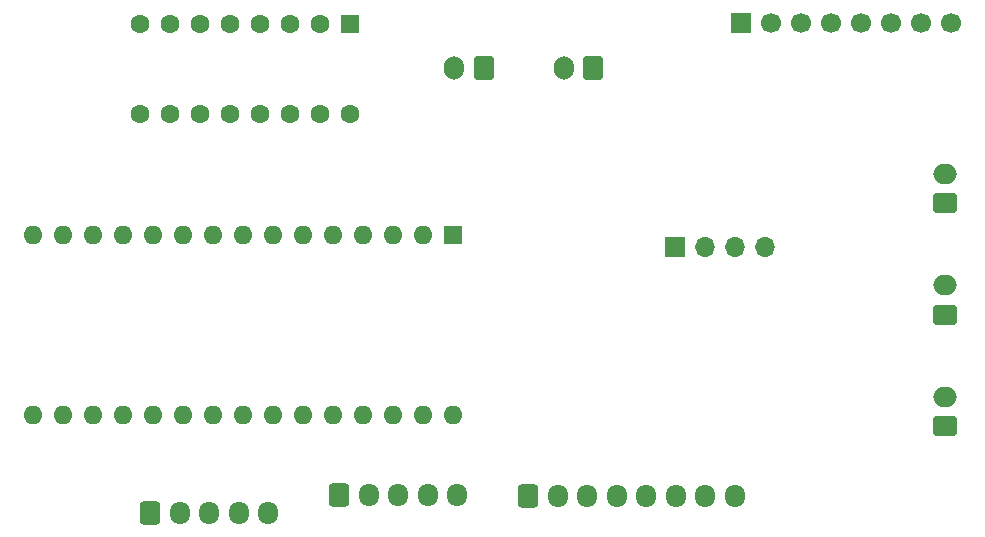
<source format=gbr>
%TF.GenerationSoftware,KiCad,Pcbnew,9.0.3*%
%TF.CreationDate,2025-07-23T14:16:35+06:00*%
%TF.ProjectId,LFRCircuit,4c465243-6972-4637-9569-742e6b696361,rev?*%
%TF.SameCoordinates,Original*%
%TF.FileFunction,Soldermask,Top*%
%TF.FilePolarity,Negative*%
%FSLAX46Y46*%
G04 Gerber Fmt 4.6, Leading zero omitted, Abs format (unit mm)*
G04 Created by KiCad (PCBNEW 9.0.3) date 2025-07-23 14:16:35*
%MOMM*%
%LPD*%
G01*
G04 APERTURE LIST*
G04 Aperture macros list*
%AMRoundRect*
0 Rectangle with rounded corners*
0 $1 Rounding radius*
0 $2 $3 $4 $5 $6 $7 $8 $9 X,Y pos of 4 corners*
0 Add a 4 corners polygon primitive as box body*
4,1,4,$2,$3,$4,$5,$6,$7,$8,$9,$2,$3,0*
0 Add four circle primitives for the rounded corners*
1,1,$1+$1,$2,$3*
1,1,$1+$1,$4,$5*
1,1,$1+$1,$6,$7*
1,1,$1+$1,$8,$9*
0 Add four rect primitives between the rounded corners*
20,1,$1+$1,$2,$3,$4,$5,0*
20,1,$1+$1,$4,$5,$6,$7,0*
20,1,$1+$1,$6,$7,$8,$9,0*
20,1,$1+$1,$8,$9,$2,$3,0*%
G04 Aperture macros list end*
%ADD10R,1.600000X1.600000*%
%ADD11O,1.600000X1.600000*%
%ADD12RoundRect,0.250000X-0.600000X-0.725000X0.600000X-0.725000X0.600000X0.725000X-0.600000X0.725000X0*%
%ADD13O,1.700000X1.950000*%
%ADD14RoundRect,0.250000X0.750000X-0.600000X0.750000X0.600000X-0.750000X0.600000X-0.750000X-0.600000X0*%
%ADD15O,2.000000X1.700000*%
%ADD16R,1.700000X1.700000*%
%ADD17C,1.700000*%
%ADD18RoundRect,0.250000X-0.550000X0.550000X-0.550000X-0.550000X0.550000X-0.550000X0.550000X0.550000X0*%
%ADD19C,1.600000*%
%ADD20RoundRect,0.250000X0.600000X0.750000X-0.600000X0.750000X-0.600000X-0.750000X0.600000X-0.750000X0*%
%ADD21O,1.700000X2.000000*%
%ADD22O,1.700000X1.700000*%
G04 APERTURE END LIST*
D10*
%TO.C,ArduinoNanoTypeC1*%
X164870000Y-96250000D03*
D11*
X162330000Y-96250000D03*
X159790000Y-96250000D03*
X157250000Y-96250000D03*
X154710000Y-96250000D03*
X152170000Y-96250000D03*
X149630000Y-96250000D03*
X147090000Y-96250000D03*
X144550000Y-96250000D03*
X142010000Y-96250000D03*
X139470000Y-96250000D03*
X136930000Y-96250000D03*
X134390000Y-96250000D03*
X131850000Y-96250000D03*
X129310000Y-96250000D03*
X129310000Y-111490000D03*
X131850000Y-111490000D03*
X134390000Y-111490000D03*
X136930000Y-111490000D03*
X139470000Y-111490000D03*
X142010000Y-111490000D03*
X144550000Y-111490000D03*
X147090000Y-111490000D03*
X149630000Y-111490000D03*
X152170000Y-111490000D03*
X154710000Y-111490000D03*
X157250000Y-111490000D03*
X159790000Y-111490000D03*
X162330000Y-111490000D03*
X164870000Y-111490000D03*
%TD*%
D12*
%TO.C,SonarSensor3Array1*%
X155250000Y-118250000D03*
D13*
X157750000Y-118250000D03*
X160250000Y-118250000D03*
X162750000Y-118250000D03*
X165250000Y-118250000D03*
%TD*%
D12*
%TO.C,RotaryEncoder1*%
X139250000Y-119750000D03*
D13*
X141750000Y-119750000D03*
X144250000Y-119750000D03*
X146750000Y-119750000D03*
X149250000Y-119750000D03*
%TD*%
D12*
%TO.C,IRSensor6Array1*%
X171250000Y-118305000D03*
D13*
X173750000Y-118305000D03*
X176250000Y-118305000D03*
X178750000Y-118305000D03*
X181250000Y-118305000D03*
X183750000Y-118305000D03*
X186250000Y-118305000D03*
X188750000Y-118305000D03*
%TD*%
D14*
%TO.C,BT3*%
X206555000Y-93550000D03*
D15*
X206555000Y-91050000D03*
%TD*%
D14*
%TO.C,BT2*%
X206555000Y-103000000D03*
D15*
X206555000Y-100500000D03*
%TD*%
D14*
%TO.C,BT1*%
X206555000Y-112450000D03*
D15*
X206555000Y-109950000D03*
%TD*%
D16*
%TO.C,INA1*%
X189300000Y-78250000D03*
D17*
X191840000Y-78250000D03*
X194380000Y-78250000D03*
X196920000Y-78250000D03*
X199460000Y-78250000D03*
X202000000Y-78250000D03*
X204540000Y-78250000D03*
X207080000Y-78250000D03*
%TD*%
D18*
%TO.C,U1*%
X156160000Y-78380000D03*
D19*
X153620000Y-78380000D03*
X151080000Y-78380000D03*
X148540000Y-78380000D03*
X146000000Y-78380000D03*
X143460000Y-78380000D03*
X140920000Y-78380000D03*
X138380000Y-78380000D03*
X138380000Y-86000000D03*
X140920000Y-86000000D03*
X143460000Y-86000000D03*
X146000000Y-86000000D03*
X148540000Y-86000000D03*
X151080000Y-86000000D03*
X153620000Y-86000000D03*
X156160000Y-86000000D03*
%TD*%
D20*
%TO.C,M2*%
X176750000Y-82100000D03*
D21*
X174250000Y-82100000D03*
%TD*%
D16*
%TO.C,J1*%
X183670000Y-97250000D03*
D22*
X186210000Y-97250000D03*
X188750000Y-97250000D03*
X191290000Y-97250000D03*
%TD*%
D20*
%TO.C,M1*%
X167500000Y-82100000D03*
D21*
X165000000Y-82100000D03*
%TD*%
M02*

</source>
